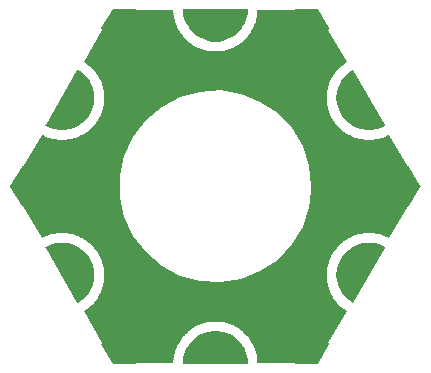
<source format=gbr>
G04 EAGLE Gerber RS-274X export*
G75*
%MOMM*%
%FSLAX34Y34*%
%LPD*%
%INBottom Copper*%
%IPPOS*%
%AMOC8*
5,1,8,0,0,1.08239X$1,22.5*%
G01*
%ADD10C,1.000000*%

G36*
X278630Y195708D02*
X278630Y195708D01*
X278658Y195706D01*
X278726Y195728D01*
X278797Y195742D01*
X278820Y195758D01*
X278847Y195767D01*
X278902Y195814D01*
X278961Y195855D01*
X278976Y195879D01*
X278998Y195897D01*
X279029Y195962D01*
X279068Y196022D01*
X279073Y196050D01*
X279085Y196076D01*
X279094Y196177D01*
X279101Y196219D01*
X279099Y196229D01*
X279100Y196242D01*
X279043Y196957D01*
X310561Y196957D01*
X310573Y196967D01*
X310572Y196968D01*
X310573Y196969D01*
X310573Y197918D01*
X310700Y198224D01*
X310699Y198227D01*
X310701Y198228D01*
X310820Y199818D01*
X310819Y199820D01*
X310820Y199820D01*
X310819Y199821D01*
X310820Y199821D01*
X310709Y200473D01*
X310947Y201515D01*
X310947Y201516D01*
X310947Y201517D01*
X311027Y202583D01*
X311325Y203173D01*
X311325Y203174D01*
X311325Y203175D01*
X311326Y203175D01*
X311754Y205051D01*
X311753Y205053D01*
X311755Y205054D01*
X311742Y205715D01*
X312133Y206710D01*
X312132Y206711D01*
X312133Y206712D01*
X312371Y207754D01*
X312754Y208293D01*
X312753Y208295D01*
X312755Y208295D01*
X313458Y210087D01*
X313457Y210089D01*
X313459Y210090D01*
X313460Y210098D01*
X313466Y210146D01*
X313471Y210182D01*
X313477Y210230D01*
X313482Y210265D01*
X313482Y210266D01*
X313488Y210313D01*
X313494Y210361D01*
X313499Y210397D01*
X313505Y210445D01*
X313516Y210528D01*
X313523Y210576D01*
X313527Y210612D01*
X313534Y210659D01*
X313545Y210743D01*
X313545Y210745D01*
X314079Y211671D01*
X314079Y211672D01*
X314080Y211672D01*
X314471Y212667D01*
X314929Y213143D01*
X314929Y213145D01*
X314931Y213145D01*
X315893Y214812D01*
X315893Y214813D01*
X315893Y214814D01*
X315894Y214815D01*
X316077Y215450D01*
X316744Y216285D01*
X316744Y216287D01*
X316745Y216287D01*
X317279Y217212D01*
X317803Y217615D01*
X317804Y217617D01*
X317805Y217617D01*
X319005Y219121D01*
X319005Y219123D01*
X319007Y219124D01*
X319282Y219725D01*
X320066Y220452D01*
X320066Y220453D01*
X320067Y220453D01*
X320734Y221288D01*
X321312Y221608D01*
X321313Y221610D01*
X321314Y221610D01*
X322725Y222919D01*
X322725Y222921D01*
X322727Y222921D01*
X323089Y223474D01*
X323972Y224076D01*
X323972Y224077D01*
X323974Y224077D01*
X324757Y224804D01*
X325376Y225034D01*
X325377Y225036D01*
X325379Y225035D01*
X326969Y226120D01*
X326970Y226121D01*
X326971Y226121D01*
X327412Y226614D01*
X328375Y227078D01*
X328375Y227079D01*
X328376Y227079D01*
X329259Y227681D01*
X329906Y227816D01*
X329908Y227817D01*
X329909Y227817D01*
X331643Y228652D01*
X331644Y228654D01*
X331645Y228653D01*
X332154Y229075D01*
X333176Y229390D01*
X333176Y229391D01*
X333177Y229391D01*
X334140Y229854D01*
X334800Y229892D01*
X334801Y229892D01*
X334802Y229892D01*
X334802Y229893D01*
X334803Y229892D01*
X336642Y230459D01*
X336643Y230461D01*
X336645Y230460D01*
X337211Y230802D01*
X338268Y230961D01*
X338269Y230962D01*
X338269Y230961D01*
X339291Y231276D01*
X339949Y231215D01*
X339950Y231216D01*
X339952Y231215D01*
X341855Y231502D01*
X341856Y231503D01*
X341857Y231502D01*
X342468Y231755D01*
X343537Y231755D01*
X343538Y231756D01*
X343539Y231755D01*
X344595Y231915D01*
X345237Y231756D01*
X345239Y231756D01*
X345240Y231755D01*
X347164Y231755D01*
X347166Y231757D01*
X347167Y231756D01*
X347809Y231915D01*
X348865Y231755D01*
X348867Y231756D01*
X348867Y231755D01*
X349936Y231755D01*
X350547Y231502D01*
X350548Y231503D01*
X350549Y231502D01*
X352452Y231215D01*
X352454Y231216D01*
X352455Y231215D01*
X353113Y231276D01*
X354135Y230961D01*
X354136Y230962D01*
X354136Y230961D01*
X355193Y230802D01*
X355759Y230460D01*
X355761Y230461D01*
X355762Y230459D01*
X357601Y229892D01*
X357602Y229893D01*
X357602Y229892D01*
X357603Y229892D01*
X357604Y229892D01*
X358264Y229854D01*
X359227Y229391D01*
X359228Y229391D01*
X359228Y229390D01*
X360250Y229075D01*
X360759Y228653D01*
X360761Y228653D01*
X360761Y228652D01*
X362495Y227817D01*
X362497Y227817D01*
X362498Y227816D01*
X363145Y227681D01*
X364028Y227079D01*
X364029Y227079D01*
X364029Y227078D01*
X364992Y226614D01*
X365433Y226121D01*
X365435Y226121D01*
X365435Y226120D01*
X367025Y225035D01*
X367027Y225036D01*
X367028Y225034D01*
X367647Y224804D01*
X368430Y224077D01*
X368432Y224077D01*
X368432Y224076D01*
X369315Y223474D01*
X369677Y222921D01*
X369679Y222920D01*
X369679Y222919D01*
X371090Y221610D01*
X371092Y221610D01*
X371092Y221608D01*
X371670Y221288D01*
X372337Y220453D01*
X372338Y220453D01*
X372338Y220452D01*
X373122Y219725D01*
X373397Y219124D01*
X373399Y219123D01*
X373399Y219121D01*
X374599Y217617D01*
X374600Y217616D01*
X374601Y217615D01*
X375125Y217212D01*
X375659Y216287D01*
X375661Y216286D01*
X375660Y216285D01*
X376327Y215450D01*
X376510Y214815D01*
X376511Y214814D01*
X376511Y214812D01*
X377473Y213145D01*
X377475Y213145D01*
X377475Y213143D01*
X377933Y212667D01*
X378324Y211672D01*
X378325Y211672D01*
X378325Y211671D01*
X378859Y210745D01*
X378945Y210090D01*
X378947Y210088D01*
X378946Y210087D01*
X379649Y208295D01*
X379651Y208294D01*
X379650Y208293D01*
X380033Y207754D01*
X380271Y206712D01*
X380272Y206711D01*
X380271Y206710D01*
X380662Y205715D01*
X380649Y205054D01*
X380651Y205053D01*
X380650Y205051D01*
X381078Y203175D01*
X381080Y203174D01*
X381079Y203173D01*
X381377Y202583D01*
X381457Y201517D01*
X381458Y201516D01*
X381457Y201515D01*
X381695Y200473D01*
X381584Y199821D01*
X381585Y199820D01*
X381584Y199818D01*
X381703Y198228D01*
X381705Y198226D01*
X381704Y198224D01*
X381831Y197918D01*
X381831Y196969D01*
X381841Y196957D01*
X381842Y196958D01*
X381843Y196957D01*
X413361Y196957D01*
X413304Y196242D01*
X413308Y196213D01*
X413303Y196185D01*
X413320Y196116D01*
X413328Y196044D01*
X413343Y196020D01*
X413349Y195992D01*
X413392Y195934D01*
X413428Y195872D01*
X413450Y195855D01*
X413467Y195832D01*
X413529Y195795D01*
X413586Y195752D01*
X413614Y195745D01*
X413638Y195730D01*
X413738Y195714D01*
X413779Y195703D01*
X413789Y195705D01*
X413802Y195703D01*
X432802Y195703D01*
X432878Y195718D01*
X432956Y195727D01*
X432975Y195738D01*
X432997Y195742D01*
X433061Y195786D01*
X433129Y195825D01*
X433145Y195844D01*
X433161Y195855D01*
X433185Y195893D01*
X433235Y195953D01*
X442735Y212453D01*
X442744Y212480D01*
X442760Y212504D01*
X442775Y212574D01*
X442798Y212642D01*
X442795Y212670D01*
X442801Y212698D01*
X442788Y212769D01*
X442782Y212840D01*
X442769Y212865D01*
X442763Y212893D01*
X442723Y212953D01*
X442690Y213016D01*
X442668Y213034D01*
X442652Y213058D01*
X442569Y213116D01*
X442537Y213143D01*
X442526Y213146D01*
X442516Y213153D01*
X441888Y213450D01*
X457621Y240700D01*
X457620Y240706D01*
X457618Y240716D01*
X457617Y240715D01*
X457616Y240717D01*
X456803Y241186D01*
X456602Y241448D01*
X456599Y241449D01*
X456599Y241451D01*
X455279Y242350D01*
X455277Y242350D01*
X455276Y242352D01*
X454657Y242581D01*
X453873Y243308D01*
X453872Y243308D01*
X453872Y243309D01*
X452988Y243911D01*
X452626Y244464D01*
X452624Y244464D01*
X452624Y244466D01*
X451211Y245776D01*
X451210Y245776D01*
X451209Y245778D01*
X450631Y246097D01*
X449964Y246933D01*
X449963Y246933D01*
X449963Y246934D01*
X449179Y247661D01*
X448903Y248261D01*
X448901Y248262D01*
X448902Y248264D01*
X447700Y249770D01*
X447698Y249770D01*
X447698Y249772D01*
X447173Y250174D01*
X446639Y251099D01*
X446637Y251100D01*
X446638Y251101D01*
X445971Y251936D01*
X445788Y252571D01*
X445786Y252572D01*
X445787Y252574D01*
X444823Y254242D01*
X444821Y254243D01*
X444821Y254245D01*
X444362Y254720D01*
X443972Y255715D01*
X443971Y255716D01*
X443971Y255717D01*
X443436Y256642D01*
X443350Y257297D01*
X443348Y257299D01*
X443349Y257300D01*
X442644Y259094D01*
X442643Y259094D01*
X442643Y259096D01*
X442260Y259635D01*
X442022Y260677D01*
X442021Y260678D01*
X442022Y260679D01*
X441631Y261673D01*
X441643Y262334D01*
X441642Y262336D01*
X441643Y262337D01*
X441213Y264215D01*
X441212Y264217D01*
X441212Y264218D01*
X440914Y264808D01*
X440834Y265874D01*
X440833Y265875D01*
X440834Y265875D01*
X440596Y266918D01*
X440706Y267569D01*
X440705Y267571D01*
X440706Y267572D01*
X440562Y269493D01*
X440560Y269495D01*
X440561Y269496D01*
X440354Y270124D01*
X440434Y271190D01*
X440433Y271191D01*
X440434Y271191D01*
X440354Y272257D01*
X440560Y272885D01*
X440559Y272887D01*
X440561Y272888D01*
X440704Y274809D01*
X440703Y274811D01*
X440704Y274812D01*
X440703Y274812D01*
X440704Y274812D01*
X440593Y275464D01*
X440831Y276506D01*
X440830Y276506D01*
X440831Y276507D01*
X440830Y276507D01*
X440831Y276508D01*
X440910Y277573D01*
X441208Y278164D01*
X441208Y278165D01*
X441208Y278166D01*
X441209Y278166D01*
X441637Y280045D01*
X441636Y280047D01*
X441637Y280048D01*
X441625Y280708D01*
X442015Y281704D01*
X442015Y281705D01*
X442016Y281705D01*
X442253Y282747D01*
X442635Y283286D01*
X442635Y283288D01*
X442637Y283289D01*
X443340Y285083D01*
X443339Y285085D01*
X443341Y285086D01*
X443346Y285126D01*
X443355Y285197D01*
X443365Y285269D01*
X443374Y285340D01*
X443384Y285412D01*
X443393Y285484D01*
X443401Y285543D01*
X443402Y285555D01*
X443410Y285615D01*
X443412Y285627D01*
X443420Y285687D01*
X443421Y285699D01*
X443427Y285741D01*
X443961Y286667D01*
X443961Y286668D01*
X443962Y286668D01*
X444352Y287663D01*
X444810Y288139D01*
X444810Y288141D01*
X444812Y288142D01*
X445775Y289811D01*
X445774Y289813D01*
X445776Y289813D01*
X445959Y290449D01*
X446625Y291284D01*
X446625Y291285D01*
X446626Y291286D01*
X447160Y292212D01*
X447684Y292614D01*
X447685Y292616D01*
X447686Y292616D01*
X448887Y294123D01*
X448887Y294125D01*
X448888Y294125D01*
X449164Y294726D01*
X449947Y295453D01*
X449947Y295455D01*
X449948Y295455D01*
X450614Y296290D01*
X451193Y296610D01*
X451193Y296612D01*
X451195Y296612D01*
X452607Y297923D01*
X452607Y297925D01*
X452609Y297925D01*
X452971Y298478D01*
X453854Y299081D01*
X453854Y299082D01*
X453855Y299082D01*
X454638Y299809D01*
X455258Y300039D01*
X455259Y300041D01*
X455261Y300040D01*
X456852Y301126D01*
X456853Y301128D01*
X456854Y301128D01*
X457294Y301621D01*
X458257Y302085D01*
X458258Y302086D01*
X458259Y302086D01*
X459142Y302689D01*
X459789Y302824D01*
X459790Y302825D01*
X459791Y302825D01*
X461527Y303661D01*
X461528Y303663D01*
X461530Y303663D01*
X462038Y304084D01*
X463059Y304400D01*
X463060Y304401D01*
X463061Y304400D01*
X464024Y304865D01*
X464684Y304902D01*
X464685Y304903D01*
X464687Y304902D01*
X466528Y305471D01*
X466529Y305473D01*
X466530Y305472D01*
X467096Y305813D01*
X468153Y305973D01*
X468154Y305974D01*
X468155Y305973D01*
X469176Y306289D01*
X469834Y306227D01*
X469836Y306228D01*
X469837Y306227D01*
X471742Y306515D01*
X471743Y306517D01*
X471745Y306516D01*
X472355Y306769D01*
X473424Y306769D01*
X473425Y306770D01*
X473426Y306770D01*
X473426Y306769D01*
X474483Y306929D01*
X475124Y306770D01*
X475126Y306771D01*
X475127Y306770D01*
X477054Y306770D01*
X477055Y306772D01*
X477057Y306771D01*
X477698Y306930D01*
X478755Y306771D01*
X478756Y306772D01*
X478757Y306771D01*
X479826Y306771D01*
X480436Y306519D01*
X480438Y306519D01*
X480439Y306518D01*
X482344Y306231D01*
X482346Y306232D01*
X482347Y306231D01*
X483005Y306293D01*
X484027Y305978D01*
X484028Y305979D01*
X484029Y305978D01*
X485086Y305819D01*
X485652Y305478D01*
X485654Y305479D01*
X485654Y305477D01*
X487496Y304910D01*
X487498Y304910D01*
X487499Y304909D01*
X488158Y304872D01*
X489121Y304409D01*
X489123Y304409D01*
X489123Y304408D01*
X490145Y304094D01*
X490654Y303672D01*
X490656Y303672D01*
X490656Y303670D01*
X492095Y302978D01*
X492098Y302979D01*
X492099Y302977D01*
X492427Y302934D01*
X493259Y302454D01*
X493275Y302457D01*
X493275Y302458D01*
X493276Y302458D01*
X509010Y329711D01*
X509618Y329291D01*
X509645Y329280D01*
X509667Y329261D01*
X509736Y329241D01*
X509801Y329213D01*
X509830Y329213D01*
X509858Y329205D01*
X509929Y329213D01*
X510000Y329213D01*
X510027Y329224D01*
X510056Y329227D01*
X510118Y329262D01*
X510183Y329290D01*
X510204Y329310D01*
X510229Y329325D01*
X510292Y329402D01*
X510322Y329432D01*
X510326Y329442D01*
X510335Y329453D01*
X519835Y345953D01*
X519845Y345985D01*
X519854Y345998D01*
X519858Y346022D01*
X519859Y346026D01*
X519890Y346096D01*
X519890Y346120D01*
X519898Y346142D01*
X519892Y346218D01*
X519893Y346295D01*
X519883Y346319D01*
X519882Y346340D01*
X519861Y346379D01*
X519835Y346451D01*
X510335Y362951D01*
X510316Y362973D01*
X510303Y362999D01*
X510250Y363047D01*
X510203Y363100D01*
X510177Y363113D01*
X510156Y363132D01*
X510088Y363155D01*
X510024Y363186D01*
X509995Y363188D01*
X509968Y363197D01*
X509896Y363192D01*
X509825Y363195D01*
X509798Y363185D01*
X509769Y363183D01*
X509679Y363141D01*
X509639Y363126D01*
X509631Y363119D01*
X509618Y363113D01*
X509010Y362693D01*
X493276Y389946D01*
X493268Y389949D01*
X493266Y389950D01*
X493263Y389950D01*
X493261Y389951D01*
X493260Y389950D01*
X493259Y389950D01*
X492427Y389470D01*
X492099Y389427D01*
X492097Y389425D01*
X492095Y389426D01*
X490656Y388734D01*
X490655Y388732D01*
X490654Y388732D01*
X490145Y388310D01*
X489123Y387996D01*
X489122Y387995D01*
X489121Y387995D01*
X488158Y387532D01*
X487499Y387495D01*
X487497Y387493D01*
X487496Y387494D01*
X485654Y386927D01*
X485653Y386925D01*
X485652Y386926D01*
X485086Y386585D01*
X484029Y386426D01*
X484028Y386425D01*
X484027Y386426D01*
X483005Y386111D01*
X482347Y386173D01*
X482346Y386172D01*
X482344Y386173D01*
X480439Y385886D01*
X480438Y385885D01*
X480436Y385885D01*
X479826Y385633D01*
X478757Y385633D01*
X478756Y385632D01*
X478755Y385633D01*
X477698Y385474D01*
X477057Y385633D01*
X477055Y385632D01*
X477054Y385634D01*
X475127Y385634D01*
X475126Y385633D01*
X475124Y385634D01*
X474483Y385475D01*
X473426Y385635D01*
X473425Y385634D01*
X473424Y385635D01*
X472355Y385635D01*
X471745Y385888D01*
X471743Y385887D01*
X471742Y385889D01*
X469837Y386177D01*
X469835Y386176D01*
X469834Y386177D01*
X469176Y386115D01*
X468155Y386431D01*
X468154Y386430D01*
X468153Y386431D01*
X467096Y386591D01*
X466530Y386932D01*
X466528Y386932D01*
X466528Y386933D01*
X464687Y387502D01*
X464685Y387501D01*
X464684Y387502D01*
X464024Y387539D01*
X463061Y388004D01*
X463060Y388003D01*
X463060Y388004D01*
X462038Y388320D01*
X461530Y388741D01*
X461528Y388741D01*
X461527Y388743D01*
X459791Y389579D01*
X459790Y389579D01*
X459789Y389580D01*
X459142Y389715D01*
X458259Y390318D01*
X458258Y390318D01*
X458257Y390319D01*
X457294Y390783D01*
X456854Y391276D01*
X456852Y391276D01*
X456852Y391278D01*
X455261Y392364D01*
X455259Y392363D01*
X455258Y392365D01*
X454638Y392595D01*
X453855Y393322D01*
X453854Y393322D01*
X453854Y393323D01*
X452971Y393926D01*
X452609Y394479D01*
X452607Y394479D01*
X452607Y394481D01*
X451195Y395792D01*
X451193Y395792D01*
X451193Y395794D01*
X450614Y396114D01*
X449948Y396949D01*
X449947Y396949D01*
X449947Y396951D01*
X449164Y397678D01*
X448888Y398279D01*
X448887Y398280D01*
X448887Y398281D01*
X447686Y399788D01*
X447684Y399788D01*
X447684Y399790D01*
X447160Y400192D01*
X446626Y401118D01*
X446625Y401119D01*
X446625Y401120D01*
X445959Y401955D01*
X445776Y402591D01*
X445774Y402592D01*
X445775Y402593D01*
X444812Y404262D01*
X444810Y404263D01*
X444810Y404265D01*
X444352Y404741D01*
X443962Y405736D01*
X443961Y405736D01*
X443961Y405737D01*
X443427Y406663D01*
X443341Y407318D01*
X443339Y407320D01*
X443340Y407321D01*
X442637Y409115D01*
X442635Y409116D01*
X442635Y409118D01*
X442253Y409657D01*
X442016Y410699D01*
X442015Y410699D01*
X442015Y410700D01*
X441625Y411696D01*
X441637Y412356D01*
X441636Y412358D01*
X441637Y412359D01*
X441209Y414238D01*
X441207Y414239D01*
X441208Y414240D01*
X440910Y414831D01*
X440831Y415896D01*
X440830Y415897D01*
X440831Y415898D01*
X440593Y416940D01*
X440704Y417592D01*
X440703Y417594D01*
X440704Y417595D01*
X440561Y419516D01*
X440559Y419517D01*
X440560Y419519D01*
X440354Y420147D01*
X440434Y421213D01*
X440433Y421214D01*
X440434Y421214D01*
X440354Y422280D01*
X440561Y422908D01*
X440560Y422910D01*
X440562Y422911D01*
X440706Y424832D01*
X440705Y424834D01*
X440706Y424835D01*
X440596Y425486D01*
X440834Y426529D01*
X440833Y426530D01*
X440834Y426530D01*
X440914Y427596D01*
X441212Y428186D01*
X441212Y428188D01*
X441213Y428189D01*
X441643Y430067D01*
X441642Y430069D01*
X441643Y430070D01*
X441631Y430731D01*
X442022Y431725D01*
X442021Y431727D01*
X442022Y431727D01*
X442260Y432769D01*
X442643Y433308D01*
X442643Y433310D01*
X442644Y433310D01*
X443349Y435104D01*
X443348Y435106D01*
X443350Y435107D01*
X443353Y435132D01*
X443361Y435192D01*
X443369Y435252D01*
X443372Y435275D01*
X443380Y435335D01*
X443388Y435395D01*
X443391Y435419D01*
X443399Y435478D01*
X443407Y435538D01*
X443418Y435622D01*
X443425Y435681D01*
X443426Y435681D01*
X443425Y435681D01*
X443433Y435741D01*
X443436Y435762D01*
X443971Y436687D01*
X443971Y436689D01*
X443972Y436689D01*
X444362Y437684D01*
X444821Y438159D01*
X444821Y438161D01*
X444823Y438162D01*
X445787Y439830D01*
X445786Y439832D01*
X445788Y439833D01*
X445971Y440468D01*
X446638Y441303D01*
X446638Y441304D01*
X446639Y441305D01*
X447173Y442230D01*
X447698Y442632D01*
X447698Y442634D01*
X447700Y442634D01*
X448902Y444140D01*
X448902Y444142D01*
X448903Y444143D01*
X449179Y444743D01*
X449963Y445470D01*
X449963Y445471D01*
X449964Y445471D01*
X450631Y446307D01*
X451209Y446626D01*
X451210Y446628D01*
X451211Y446628D01*
X452624Y447938D01*
X452624Y447940D01*
X452626Y447940D01*
X452988Y448493D01*
X453872Y449095D01*
X453872Y449096D01*
X453873Y449096D01*
X454657Y449823D01*
X455276Y450052D01*
X455277Y450054D01*
X455279Y450054D01*
X456599Y450953D01*
X456599Y450955D01*
X456602Y450956D01*
X456803Y451218D01*
X457616Y451687D01*
X457622Y451702D01*
X457620Y451703D01*
X457621Y451704D01*
X441888Y478954D01*
X442516Y479251D01*
X442538Y479268D01*
X442565Y479278D01*
X442617Y479327D01*
X442675Y479370D01*
X442689Y479395D01*
X442710Y479414D01*
X442739Y479480D01*
X442775Y479542D01*
X442778Y479570D01*
X442790Y479596D01*
X442791Y479668D01*
X442800Y479739D01*
X442792Y479766D01*
X442793Y479795D01*
X442757Y479890D01*
X442746Y479930D01*
X442739Y479939D01*
X442735Y479951D01*
X433235Y496451D01*
X433183Y496510D01*
X433137Y496572D01*
X433118Y496583D01*
X433103Y496600D01*
X433033Y496634D01*
X432966Y496674D01*
X432942Y496678D01*
X432924Y496686D01*
X432879Y496688D01*
X432802Y496701D01*
X413802Y496701D01*
X413774Y496696D01*
X413746Y496698D01*
X413678Y496676D01*
X413607Y496662D01*
X413584Y496646D01*
X413557Y496637D01*
X413502Y496590D01*
X413443Y496549D01*
X413428Y496525D01*
X413407Y496507D01*
X413375Y496442D01*
X413336Y496382D01*
X413331Y496354D01*
X413319Y496328D01*
X413310Y496227D01*
X413303Y496185D01*
X413305Y496175D01*
X413304Y496162D01*
X413361Y495447D01*
X381843Y495447D01*
X381831Y495437D01*
X381832Y495436D01*
X381831Y495435D01*
X381831Y494486D01*
X381704Y494180D01*
X381704Y494179D01*
X381704Y494178D01*
X381705Y494177D01*
X381703Y494176D01*
X381584Y492586D01*
X381585Y492584D01*
X381584Y492583D01*
X381695Y491931D01*
X381457Y490889D01*
X381457Y490888D01*
X381457Y490887D01*
X381377Y489821D01*
X381079Y489231D01*
X381079Y489230D01*
X381078Y489229D01*
X380650Y487353D01*
X380651Y487351D01*
X380650Y487350D01*
X380649Y487350D01*
X380662Y486689D01*
X380271Y485694D01*
X380272Y485693D01*
X380271Y485692D01*
X380033Y484650D01*
X379650Y484111D01*
X379651Y484109D01*
X379649Y484109D01*
X378946Y482317D01*
X378947Y482315D01*
X378945Y482314D01*
X378940Y482276D01*
X378936Y482241D01*
X378929Y482193D01*
X378923Y482145D01*
X378918Y482109D01*
X378912Y482062D01*
X378912Y482061D01*
X378907Y482026D01*
X378901Y481978D01*
X378895Y481930D01*
X378890Y481894D01*
X378884Y481847D01*
X378873Y481763D01*
X378866Y481715D01*
X378862Y481680D01*
X378862Y481679D01*
X378859Y481659D01*
X378325Y480733D01*
X378325Y480732D01*
X378324Y480732D01*
X377933Y479737D01*
X377475Y479261D01*
X377475Y479259D01*
X377473Y479259D01*
X376511Y477592D01*
X376511Y477590D01*
X376510Y477589D01*
X376327Y476954D01*
X375660Y476119D01*
X375660Y476117D01*
X375659Y476117D01*
X375125Y475192D01*
X374601Y474789D01*
X374600Y474787D01*
X374599Y474787D01*
X373399Y473283D01*
X373399Y473281D01*
X373397Y473280D01*
X373122Y472679D01*
X372338Y471952D01*
X372338Y471951D01*
X372337Y471951D01*
X371670Y471116D01*
X371092Y470796D01*
X371091Y470794D01*
X371090Y470794D01*
X369679Y469485D01*
X369679Y469483D01*
X369677Y469483D01*
X369315Y468930D01*
X368432Y468328D01*
X368432Y468327D01*
X368430Y468327D01*
X367647Y467600D01*
X367028Y467370D01*
X367027Y467368D01*
X367025Y467369D01*
X365435Y466284D01*
X365434Y466283D01*
X365433Y466283D01*
X364992Y465790D01*
X364029Y465326D01*
X364029Y465325D01*
X364028Y465325D01*
X363145Y464723D01*
X362498Y464588D01*
X362496Y464587D01*
X362495Y464587D01*
X360761Y463752D01*
X360760Y463750D01*
X360759Y463751D01*
X360250Y463329D01*
X359228Y463014D01*
X359228Y463013D01*
X359227Y463013D01*
X358264Y462550D01*
X357604Y462512D01*
X357602Y462511D01*
X357601Y462512D01*
X355762Y461945D01*
X355761Y461943D01*
X355759Y461944D01*
X355193Y461602D01*
X354136Y461443D01*
X354135Y461442D01*
X354135Y461443D01*
X353113Y461128D01*
X352455Y461189D01*
X352454Y461188D01*
X352452Y461189D01*
X350549Y460902D01*
X350548Y460901D01*
X350547Y460902D01*
X349936Y460649D01*
X348867Y460649D01*
X348866Y460648D01*
X348865Y460649D01*
X347809Y460489D01*
X347167Y460648D01*
X347165Y460648D01*
X347164Y460649D01*
X345240Y460649D01*
X345238Y460647D01*
X345237Y460648D01*
X344595Y460489D01*
X343539Y460649D01*
X343537Y460648D01*
X343537Y460649D01*
X342468Y460649D01*
X341857Y460902D01*
X341856Y460901D01*
X341855Y460902D01*
X339952Y461189D01*
X339950Y461188D01*
X339949Y461189D01*
X339291Y461128D01*
X338269Y461443D01*
X338268Y461442D01*
X338268Y461443D01*
X337211Y461602D01*
X336645Y461944D01*
X336643Y461943D01*
X336642Y461945D01*
X334803Y462512D01*
X334801Y462511D01*
X334800Y462512D01*
X334140Y462550D01*
X333177Y463013D01*
X333176Y463013D01*
X333176Y463014D01*
X332154Y463329D01*
X331645Y463751D01*
X331643Y463751D01*
X331643Y463752D01*
X329909Y464587D01*
X329907Y464587D01*
X329906Y464588D01*
X329259Y464723D01*
X328376Y465325D01*
X328375Y465325D01*
X328375Y465326D01*
X327412Y465790D01*
X326971Y466283D01*
X326969Y466283D01*
X326969Y466284D01*
X325379Y467369D01*
X325377Y467368D01*
X325376Y467370D01*
X324757Y467600D01*
X323974Y468327D01*
X323972Y468327D01*
X323972Y468328D01*
X323089Y468930D01*
X322727Y469483D01*
X322725Y469484D01*
X322725Y469485D01*
X321314Y470794D01*
X321312Y470794D01*
X321312Y470796D01*
X320734Y471116D01*
X320067Y471951D01*
X320066Y471951D01*
X320066Y471952D01*
X319282Y472679D01*
X319007Y473280D01*
X319005Y473281D01*
X319005Y473283D01*
X317805Y474787D01*
X317804Y474788D01*
X317803Y474789D01*
X317279Y475192D01*
X316745Y476117D01*
X316743Y476118D01*
X316744Y476119D01*
X316077Y476954D01*
X315894Y477589D01*
X315893Y477590D01*
X315893Y477592D01*
X314931Y479259D01*
X314929Y479259D01*
X314929Y479261D01*
X314471Y479737D01*
X314080Y480732D01*
X314079Y480732D01*
X314079Y480733D01*
X313545Y481659D01*
X313459Y482314D01*
X313457Y482316D01*
X313458Y482317D01*
X312755Y484109D01*
X312753Y484110D01*
X312754Y484111D01*
X312371Y484650D01*
X312133Y485692D01*
X312132Y485693D01*
X312133Y485694D01*
X311742Y486689D01*
X311755Y487350D01*
X311753Y487351D01*
X311754Y487353D01*
X311326Y489229D01*
X311324Y489230D01*
X311325Y489231D01*
X311027Y489821D01*
X310947Y490887D01*
X310946Y490888D01*
X310947Y490889D01*
X310709Y491931D01*
X310820Y492583D01*
X310819Y492584D01*
X310820Y492586D01*
X310701Y494176D01*
X310699Y494178D01*
X310700Y494180D01*
X310573Y494486D01*
X310573Y495435D01*
X310563Y495447D01*
X310562Y495446D01*
X310561Y495447D01*
X279043Y495447D01*
X279100Y496162D01*
X279096Y496191D01*
X279101Y496219D01*
X279084Y496288D01*
X279076Y496360D01*
X279062Y496384D01*
X279055Y496412D01*
X279012Y496470D01*
X278977Y496532D01*
X278954Y496549D01*
X278937Y496572D01*
X278875Y496609D01*
X278818Y496652D01*
X278790Y496659D01*
X278766Y496674D01*
X278666Y496690D01*
X278625Y496701D01*
X278615Y496699D01*
X278602Y496701D01*
X259602Y496701D01*
X259526Y496686D01*
X259448Y496677D01*
X259429Y496666D01*
X259407Y496662D01*
X259343Y496618D01*
X259275Y496579D01*
X259259Y496560D01*
X259243Y496549D01*
X259219Y496511D01*
X259169Y496451D01*
X249669Y479951D01*
X249660Y479924D01*
X249644Y479900D01*
X249629Y479830D01*
X249606Y479762D01*
X249609Y479734D01*
X249603Y479706D01*
X249617Y479636D01*
X249622Y479564D01*
X249635Y479539D01*
X249641Y479511D01*
X249681Y479451D01*
X249714Y479388D01*
X249736Y479370D01*
X249752Y479346D01*
X249835Y479288D01*
X249867Y479261D01*
X249878Y479258D01*
X249889Y479251D01*
X250516Y478954D01*
X234783Y451704D01*
X234786Y451688D01*
X234787Y451689D01*
X234788Y451687D01*
X235601Y451218D01*
X235802Y450956D01*
X235805Y450955D01*
X235805Y450953D01*
X237125Y450054D01*
X237127Y450054D01*
X237128Y450052D01*
X237747Y449823D01*
X238531Y449096D01*
X238532Y449096D01*
X238532Y449095D01*
X239416Y448493D01*
X239778Y447940D01*
X239780Y447940D01*
X239780Y447938D01*
X241193Y446628D01*
X241194Y446628D01*
X241195Y446626D01*
X241773Y446307D01*
X242440Y445471D01*
X242441Y445471D01*
X242441Y445470D01*
X243225Y444743D01*
X243501Y444143D01*
X243503Y444142D01*
X243502Y444140D01*
X244704Y442634D01*
X244706Y442634D01*
X244706Y442632D01*
X245231Y442230D01*
X245765Y441305D01*
X245767Y441304D01*
X245766Y441303D01*
X246433Y440468D01*
X246616Y439833D01*
X246618Y439832D01*
X246617Y439830D01*
X247581Y438162D01*
X247583Y438161D01*
X247583Y438159D01*
X248042Y437684D01*
X248432Y436689D01*
X248433Y436688D01*
X248433Y436687D01*
X248968Y435762D01*
X249054Y435107D01*
X249056Y435105D01*
X249055Y435104D01*
X249760Y433310D01*
X249761Y433310D01*
X249761Y433308D01*
X250144Y432769D01*
X250382Y431727D01*
X250383Y431726D01*
X250382Y431725D01*
X250773Y430731D01*
X250761Y430070D01*
X250762Y430068D01*
X250761Y430067D01*
X251191Y428189D01*
X251192Y428187D01*
X251192Y428186D01*
X251490Y427596D01*
X251570Y426530D01*
X251571Y426529D01*
X251570Y426529D01*
X251808Y425486D01*
X251698Y424835D01*
X251698Y424834D01*
X251698Y424833D01*
X251698Y424832D01*
X251842Y422911D01*
X251844Y422909D01*
X251843Y422908D01*
X252050Y422280D01*
X251970Y421214D01*
X251971Y421213D01*
X251970Y421213D01*
X252050Y420147D01*
X251844Y419519D01*
X251845Y419517D01*
X251843Y419516D01*
X251700Y417595D01*
X251701Y417593D01*
X251700Y417592D01*
X251811Y416940D01*
X251573Y415898D01*
X251574Y415897D01*
X251573Y415896D01*
X251494Y414831D01*
X251196Y414240D01*
X251196Y414239D01*
X251195Y414238D01*
X250767Y412359D01*
X250767Y412358D01*
X250768Y412357D01*
X250767Y412356D01*
X250779Y411696D01*
X250389Y410700D01*
X250389Y410699D01*
X250388Y410699D01*
X250151Y409657D01*
X249769Y409118D01*
X249769Y409116D01*
X249767Y409115D01*
X249064Y407321D01*
X249065Y407319D01*
X249063Y407318D01*
X249062Y407309D01*
X249060Y407297D01*
X249053Y407237D01*
X249051Y407225D01*
X249043Y407166D01*
X249034Y407094D01*
X249024Y407022D01*
X249015Y406951D01*
X249006Y406879D01*
X248996Y406808D01*
X248996Y406807D01*
X248987Y406736D01*
X248977Y406664D01*
X248977Y406663D01*
X248443Y405737D01*
X248443Y405736D01*
X248442Y405736D01*
X248052Y404741D01*
X247594Y404265D01*
X247594Y404263D01*
X247592Y404262D01*
X246629Y402593D01*
X246630Y402591D01*
X246628Y402591D01*
X246445Y401955D01*
X245779Y401120D01*
X245779Y401119D01*
X245778Y401118D01*
X245244Y400192D01*
X244720Y399790D01*
X244719Y399788D01*
X244718Y399788D01*
X243517Y398281D01*
X243517Y398279D01*
X243516Y398279D01*
X243240Y397678D01*
X242457Y396951D01*
X242457Y396949D01*
X242456Y396949D01*
X241790Y396114D01*
X241211Y395794D01*
X241211Y395792D01*
X241209Y395792D01*
X239797Y394481D01*
X239797Y394479D01*
X239795Y394479D01*
X239433Y393926D01*
X238550Y393323D01*
X238550Y393322D01*
X238549Y393322D01*
X237766Y392595D01*
X237146Y392365D01*
X237145Y392363D01*
X237143Y392364D01*
X235552Y391278D01*
X235551Y391276D01*
X235550Y391276D01*
X235110Y390783D01*
X234147Y390319D01*
X234146Y390318D01*
X234145Y390318D01*
X233262Y389715D01*
X232615Y389580D01*
X232614Y389579D01*
X232613Y389579D01*
X230877Y388743D01*
X230876Y388741D01*
X230874Y388741D01*
X230366Y388320D01*
X229344Y388004D01*
X229344Y388003D01*
X229343Y388004D01*
X228380Y387539D01*
X227720Y387502D01*
X227719Y387501D01*
X227717Y387502D01*
X225876Y386933D01*
X225875Y386931D01*
X225874Y386932D01*
X225308Y386591D01*
X224251Y386431D01*
X224250Y386430D01*
X224249Y386431D01*
X223228Y386115D01*
X222570Y386177D01*
X222568Y386176D01*
X222567Y386177D01*
X220662Y385889D01*
X220661Y385887D01*
X220659Y385888D01*
X220049Y385635D01*
X218980Y385635D01*
X218979Y385634D01*
X218978Y385635D01*
X217921Y385475D01*
X217280Y385634D01*
X217278Y385633D01*
X217277Y385634D01*
X215350Y385634D01*
X215349Y385632D01*
X215347Y385633D01*
X214706Y385474D01*
X213649Y385633D01*
X213648Y385632D01*
X213647Y385633D01*
X212578Y385633D01*
X211968Y385885D01*
X211966Y385885D01*
X211965Y385886D01*
X210060Y386173D01*
X210058Y386172D01*
X210057Y386173D01*
X209399Y386111D01*
X208377Y386426D01*
X208376Y386425D01*
X208375Y386426D01*
X207318Y386585D01*
X206752Y386926D01*
X206750Y386925D01*
X206750Y386927D01*
X204908Y387494D01*
X204906Y387494D01*
X204905Y387495D01*
X204246Y387532D01*
X203283Y387995D01*
X203281Y387995D01*
X203281Y387996D01*
X202259Y388310D01*
X201750Y388732D01*
X201748Y388732D01*
X201748Y388734D01*
X200309Y389426D01*
X200306Y389425D01*
X200305Y389427D01*
X199977Y389470D01*
X199145Y389950D01*
X199142Y389950D01*
X199141Y389950D01*
X199138Y389950D01*
X199136Y389948D01*
X199129Y389947D01*
X199129Y389946D01*
X199128Y389946D01*
X183394Y362693D01*
X182786Y363113D01*
X182759Y363124D01*
X182737Y363143D01*
X182668Y363163D01*
X182603Y363191D01*
X182574Y363191D01*
X182546Y363199D01*
X182475Y363191D01*
X182404Y363192D01*
X182377Y363180D01*
X182348Y363177D01*
X182286Y363142D01*
X182221Y363114D01*
X182200Y363094D01*
X182175Y363079D01*
X182112Y363002D01*
X182082Y362972D01*
X182078Y362962D01*
X182069Y362951D01*
X172569Y346451D01*
X172545Y346378D01*
X172514Y346308D01*
X172514Y346284D01*
X172506Y346262D01*
X172513Y346186D01*
X172512Y346109D01*
X172521Y346085D01*
X172522Y346064D01*
X172543Y346025D01*
X172562Y345973D01*
X172563Y345967D01*
X172565Y345965D01*
X172569Y345953D01*
X182069Y329453D01*
X182088Y329431D01*
X182101Y329405D01*
X182154Y329357D01*
X182201Y329304D01*
X182227Y329291D01*
X182249Y329272D01*
X182316Y329249D01*
X182380Y329218D01*
X182409Y329217D01*
X182436Y329207D01*
X182508Y329212D01*
X182579Y329209D01*
X182606Y329219D01*
X182635Y329221D01*
X182725Y329263D01*
X182765Y329278D01*
X182773Y329285D01*
X182786Y329291D01*
X183394Y329711D01*
X199128Y302458D01*
X199143Y302453D01*
X199144Y302454D01*
X199145Y302454D01*
X199977Y302934D01*
X200305Y302977D01*
X200307Y302979D01*
X200309Y302978D01*
X201748Y303670D01*
X201749Y303672D01*
X201750Y303672D01*
X202259Y304094D01*
X203281Y304408D01*
X203282Y304409D01*
X203283Y304409D01*
X204246Y304872D01*
X204905Y304909D01*
X204907Y304911D01*
X204908Y304910D01*
X206750Y305477D01*
X206751Y305479D01*
X206752Y305478D01*
X207318Y305819D01*
X208375Y305978D01*
X208376Y305979D01*
X208377Y305978D01*
X209399Y306293D01*
X210057Y306231D01*
X210058Y306232D01*
X210060Y306231D01*
X211965Y306518D01*
X211966Y306519D01*
X211968Y306519D01*
X212578Y306771D01*
X213647Y306771D01*
X213648Y306772D01*
X213649Y306771D01*
X214706Y306930D01*
X215347Y306771D01*
X215349Y306772D01*
X215350Y306770D01*
X217277Y306770D01*
X217278Y306771D01*
X217280Y306770D01*
X217921Y306929D01*
X218978Y306769D01*
X218978Y306770D01*
X218979Y306770D01*
X218980Y306769D01*
X220049Y306769D01*
X220659Y306516D01*
X220661Y306517D01*
X220662Y306515D01*
X222567Y306227D01*
X222569Y306228D01*
X222570Y306227D01*
X223228Y306289D01*
X224249Y305973D01*
X224250Y305974D01*
X224251Y305973D01*
X225308Y305813D01*
X225874Y305472D01*
X225876Y305472D01*
X225876Y305471D01*
X227717Y304902D01*
X227719Y304903D01*
X227720Y304902D01*
X228380Y304865D01*
X229343Y304400D01*
X229344Y304401D01*
X229344Y304400D01*
X230366Y304084D01*
X230874Y303663D01*
X230876Y303663D01*
X230877Y303661D01*
X232613Y302825D01*
X232615Y302825D01*
X232615Y302824D01*
X233262Y302689D01*
X234145Y302086D01*
X234146Y302086D01*
X234147Y302085D01*
X235110Y301621D01*
X235550Y301128D01*
X235552Y301128D01*
X235552Y301126D01*
X237143Y300040D01*
X237145Y300041D01*
X237146Y300039D01*
X237766Y299809D01*
X238549Y299082D01*
X238550Y299082D01*
X238550Y299081D01*
X239433Y298478D01*
X239795Y297925D01*
X239797Y297925D01*
X239797Y297923D01*
X241209Y296612D01*
X241211Y296612D01*
X241211Y296610D01*
X241790Y296290D01*
X242456Y295455D01*
X242457Y295455D01*
X242457Y295453D01*
X243240Y294726D01*
X243516Y294125D01*
X243517Y294124D01*
X243517Y294123D01*
X244718Y292616D01*
X244720Y292616D01*
X244720Y292614D01*
X245244Y292212D01*
X245778Y291286D01*
X245779Y291285D01*
X245779Y291284D01*
X246445Y290449D01*
X246628Y289813D01*
X246630Y289812D01*
X246629Y289811D01*
X247592Y288142D01*
X247594Y288141D01*
X247594Y288139D01*
X248052Y287663D01*
X248442Y286668D01*
X248443Y286668D01*
X248443Y286667D01*
X248977Y285741D01*
X249063Y285086D01*
X249065Y285084D01*
X249064Y285083D01*
X249767Y283289D01*
X249769Y283288D01*
X249769Y283286D01*
X250151Y282747D01*
X250388Y281705D01*
X250389Y281705D01*
X250389Y281704D01*
X250779Y280708D01*
X250767Y280048D01*
X250768Y280046D01*
X250767Y280045D01*
X251195Y278166D01*
X251197Y278165D01*
X251196Y278164D01*
X251494Y277573D01*
X251573Y276508D01*
X251574Y276507D01*
X251573Y276506D01*
X251811Y275464D01*
X251700Y274812D01*
X251701Y274810D01*
X251700Y274809D01*
X251843Y272888D01*
X251845Y272887D01*
X251844Y272885D01*
X252050Y272257D01*
X251970Y271191D01*
X251971Y271190D01*
X251970Y271190D01*
X252050Y270124D01*
X251843Y269496D01*
X251844Y269494D01*
X251842Y269493D01*
X251698Y267572D01*
X251699Y267570D01*
X251698Y267569D01*
X251808Y266918D01*
X251570Y265875D01*
X251571Y265874D01*
X251570Y265874D01*
X251490Y264808D01*
X251192Y264218D01*
X251192Y264216D01*
X251191Y264215D01*
X250761Y262337D01*
X250762Y262335D01*
X250761Y262334D01*
X250773Y261673D01*
X250382Y260678D01*
X250383Y260677D01*
X250382Y260677D01*
X250144Y259635D01*
X249761Y259096D01*
X249761Y259094D01*
X249760Y259094D01*
X249055Y257300D01*
X249056Y257298D01*
X249054Y257297D01*
X249049Y257255D01*
X249049Y257254D01*
X249041Y257195D01*
X249033Y257135D01*
X249030Y257111D01*
X249022Y257052D01*
X249014Y256992D01*
X249011Y256968D01*
X249003Y256908D01*
X248995Y256849D01*
X248987Y256789D01*
X248984Y256765D01*
X248976Y256705D01*
X248968Y256646D01*
X248968Y256642D01*
X248433Y255717D01*
X248433Y255715D01*
X248432Y255715D01*
X248042Y254720D01*
X247583Y254245D01*
X247583Y254243D01*
X247581Y254242D01*
X246617Y252574D01*
X246618Y252572D01*
X246616Y252571D01*
X246433Y251936D01*
X245766Y251101D01*
X245766Y251100D01*
X245765Y251099D01*
X245231Y250174D01*
X244706Y249772D01*
X244706Y249770D01*
X244704Y249770D01*
X243502Y248264D01*
X243502Y248262D01*
X243501Y248261D01*
X243225Y247661D01*
X242441Y246934D01*
X242441Y246933D01*
X242440Y246933D01*
X241773Y246097D01*
X241195Y245778D01*
X241194Y245776D01*
X241193Y245776D01*
X239780Y244466D01*
X239780Y244464D01*
X239778Y244464D01*
X239416Y243911D01*
X238532Y243309D01*
X238532Y243308D01*
X238531Y243308D01*
X237747Y242581D01*
X237128Y242352D01*
X237127Y242350D01*
X237125Y242350D01*
X235805Y241451D01*
X235805Y241449D01*
X235802Y241448D01*
X235601Y241186D01*
X234788Y240717D01*
X234785Y240710D01*
X234784Y240709D01*
X234785Y240708D01*
X234782Y240702D01*
X234784Y240701D01*
X234783Y240700D01*
X250516Y213450D01*
X249889Y213153D01*
X249866Y213136D01*
X249839Y213126D01*
X249787Y213077D01*
X249729Y213034D01*
X249715Y213009D01*
X249694Y212990D01*
X249665Y212924D01*
X249629Y212862D01*
X249626Y212834D01*
X249614Y212808D01*
X249613Y212736D01*
X249604Y212665D01*
X249612Y212638D01*
X249612Y212609D01*
X249647Y212514D01*
X249658Y212474D01*
X249665Y212465D01*
X249669Y212453D01*
X259169Y195953D01*
X259221Y195895D01*
X259267Y195832D01*
X259286Y195821D01*
X259301Y195804D01*
X259371Y195770D01*
X259438Y195730D01*
X259463Y195726D01*
X259480Y195718D01*
X259525Y195716D01*
X259602Y195703D01*
X278602Y195703D01*
X278630Y195708D01*
G37*
%LPC*%
G36*
X333050Y265980D02*
X333050Y265980D01*
X316112Y270682D01*
X300581Y278916D01*
X287183Y290297D01*
X276545Y304291D01*
X269164Y320245D01*
X265385Y337413D01*
X265385Y354991D01*
X269164Y372159D01*
X276545Y388113D01*
X287183Y402107D01*
X300581Y413488D01*
X316112Y421722D01*
X333050Y426424D01*
X350603Y427376D01*
X367950Y424532D01*
X384280Y418026D01*
X398830Y408161D01*
X410919Y395399D01*
X419982Y380336D01*
X425595Y363678D01*
X427495Y346202D01*
X427495Y346201D01*
X427486Y346117D01*
X427484Y346093D01*
X427483Y346093D01*
X427484Y346093D01*
X427481Y346070D01*
X427481Y346069D01*
X427472Y345986D01*
X427469Y345962D01*
X427467Y345938D01*
X427458Y345855D01*
X427455Y345831D01*
X427452Y345807D01*
X427443Y345723D01*
X427441Y345699D01*
X427438Y345676D01*
X427429Y345592D01*
X427426Y345568D01*
X427424Y345544D01*
X427412Y345437D01*
X427410Y345413D01*
X427409Y345413D01*
X427410Y345413D01*
X427398Y345306D01*
X427398Y345305D01*
X427395Y345282D01*
X427393Y345258D01*
X427384Y345174D01*
X427381Y345150D01*
X427378Y345126D01*
X427369Y345043D01*
X427367Y345019D01*
X427364Y344995D01*
X427355Y344912D01*
X427352Y344888D01*
X427350Y344864D01*
X427341Y344780D01*
X427338Y344756D01*
X427336Y344733D01*
X427335Y344733D01*
X427335Y344732D01*
X427326Y344649D01*
X427324Y344625D01*
X427321Y344601D01*
X427312Y344518D01*
X427310Y344494D01*
X427307Y344470D01*
X427295Y344362D01*
X427293Y344339D01*
X427290Y344315D01*
X427281Y344231D01*
X427278Y344207D01*
X427276Y344183D01*
X427267Y344100D01*
X427264Y344076D01*
X427262Y344052D01*
X427261Y344052D01*
X427252Y343969D01*
X427252Y343968D01*
X427250Y343945D01*
X427247Y343921D01*
X427238Y343837D01*
X427236Y343813D01*
X427233Y343789D01*
X427224Y343706D01*
X427221Y343682D01*
X427219Y343658D01*
X427210Y343575D01*
X427207Y343551D01*
X427204Y343527D01*
X427195Y343443D01*
X427193Y343419D01*
X427190Y343396D01*
X427190Y343395D01*
X427178Y343288D01*
X427176Y343264D01*
X427173Y343240D01*
X427164Y343157D01*
X427162Y343133D01*
X427159Y343109D01*
X427150Y343025D01*
X427147Y343002D01*
X427145Y342978D01*
X427136Y342894D01*
X427133Y342870D01*
X427130Y342846D01*
X427121Y342763D01*
X427119Y342739D01*
X427116Y342715D01*
X427107Y342632D01*
X427107Y342631D01*
X427104Y342608D01*
X427102Y342584D01*
X427093Y342500D01*
X427090Y342476D01*
X427088Y342452D01*
X427078Y342369D01*
X427076Y342345D01*
X427073Y342321D01*
X427062Y342214D01*
X427059Y342190D01*
X427056Y342166D01*
X427047Y342082D01*
X427045Y342059D01*
X427045Y342058D01*
X427042Y342035D01*
X427033Y341951D01*
X427030Y341927D01*
X427028Y341903D01*
X427019Y341820D01*
X427016Y341796D01*
X427014Y341772D01*
X427004Y341688D01*
X427002Y341665D01*
X426999Y341641D01*
X426990Y341557D01*
X426988Y341533D01*
X426985Y341509D01*
X426976Y341426D01*
X426973Y341402D01*
X426971Y341378D01*
X426959Y341271D01*
X426956Y341247D01*
X426945Y341139D01*
X426942Y341115D01*
X426940Y341092D01*
X426930Y341008D01*
X426928Y340984D01*
X426925Y340960D01*
X426916Y340877D01*
X426914Y340853D01*
X426911Y340829D01*
X426902Y340745D01*
X426899Y340722D01*
X426899Y340721D01*
X426897Y340698D01*
X426888Y340614D01*
X426885Y340590D01*
X426882Y340566D01*
X426873Y340483D01*
X426871Y340459D01*
X426868Y340435D01*
X426859Y340351D01*
X426856Y340328D01*
X426854Y340304D01*
X426842Y340196D01*
X426840Y340172D01*
X426837Y340149D01*
X426837Y340148D01*
X426828Y340065D01*
X426825Y340041D01*
X426823Y340017D01*
X426814Y339934D01*
X426811Y339910D01*
X426808Y339886D01*
X426799Y339802D01*
X426797Y339778D01*
X426794Y339755D01*
X426785Y339671D01*
X426782Y339647D01*
X426780Y339623D01*
X426771Y339540D01*
X426768Y339516D01*
X426766Y339492D01*
X426756Y339408D01*
X426754Y339385D01*
X426754Y339384D01*
X426751Y339361D01*
X426742Y339277D01*
X426740Y339253D01*
X426737Y339229D01*
X426725Y339122D01*
X426723Y339098D01*
X426720Y339074D01*
X426711Y338991D01*
X426708Y338967D01*
X426706Y338943D01*
X426697Y338859D01*
X426694Y338835D01*
X426692Y338812D01*
X426692Y338811D01*
X426682Y338728D01*
X426680Y338704D01*
X426677Y338680D01*
X426668Y338597D01*
X426666Y338573D01*
X426663Y338549D01*
X426654Y338465D01*
X426651Y338441D01*
X426649Y338418D01*
X426640Y338334D01*
X426637Y338310D01*
X426634Y338286D01*
X426623Y338179D01*
X426620Y338155D01*
X426608Y338048D01*
X426608Y338047D01*
X426606Y338024D01*
X426603Y338000D01*
X426594Y337916D01*
X426592Y337892D01*
X426589Y337868D01*
X426580Y337785D01*
X426577Y337761D01*
X426575Y337737D01*
X426566Y337654D01*
X426563Y337630D01*
X426560Y337606D01*
X426551Y337522D01*
X426549Y337498D01*
X426546Y337475D01*
X426546Y337474D01*
X426537Y337391D01*
X426534Y337367D01*
X426532Y337343D01*
X426523Y337260D01*
X426520Y337236D01*
X426518Y337212D01*
X426506Y337104D01*
X426503Y337081D01*
X426492Y336973D01*
X426489Y336949D01*
X426486Y336925D01*
X426477Y336842D01*
X426475Y336818D01*
X426472Y336794D01*
X426463Y336711D01*
X426463Y336710D01*
X426460Y336687D01*
X426458Y336663D01*
X426449Y336579D01*
X426446Y336555D01*
X426444Y336531D01*
X426435Y336448D01*
X426434Y336448D01*
X426435Y336448D01*
X426432Y336424D01*
X426429Y336400D01*
X426420Y336317D01*
X426418Y336293D01*
X426415Y336269D01*
X426406Y336185D01*
X426403Y336161D01*
X426401Y336138D01*
X426401Y336137D01*
X426389Y336030D01*
X426386Y336006D01*
X426384Y335982D01*
X426375Y335899D01*
X426372Y335875D01*
X426370Y335851D01*
X426361Y335767D01*
X426360Y335767D01*
X426361Y335767D01*
X426358Y335744D01*
X426355Y335720D01*
X426346Y335636D01*
X426344Y335612D01*
X426341Y335588D01*
X426332Y335505D01*
X426329Y335481D01*
X426327Y335457D01*
X426318Y335374D01*
X426318Y335373D01*
X426315Y335350D01*
X426312Y335326D01*
X426303Y335242D01*
X426301Y335218D01*
X426298Y335194D01*
X426289Y335111D01*
X426287Y335087D01*
X426286Y335087D01*
X426287Y335087D01*
X426284Y335063D01*
X426272Y334956D01*
X426270Y334932D01*
X426267Y334908D01*
X426258Y334824D01*
X426255Y334801D01*
X426255Y334800D01*
X426253Y334777D01*
X426244Y334693D01*
X426241Y334669D01*
X426238Y334645D01*
X426229Y334562D01*
X426227Y334538D01*
X426224Y334514D01*
X426215Y334430D01*
X426213Y334407D01*
X426212Y334407D01*
X426213Y334407D01*
X426210Y334383D01*
X426201Y334299D01*
X426198Y334275D01*
X426196Y334251D01*
X426187Y334168D01*
X426184Y334144D01*
X426181Y334120D01*
X426170Y334013D01*
X426167Y333989D01*
X426155Y333881D01*
X426153Y333857D01*
X426150Y333834D01*
X426141Y333750D01*
X426139Y333726D01*
X426138Y333726D01*
X426139Y333726D01*
X426136Y333702D01*
X426127Y333619D01*
X426124Y333595D01*
X426122Y333571D01*
X426113Y333487D01*
X426110Y333464D01*
X426110Y333463D01*
X426107Y333440D01*
X426098Y333356D01*
X426096Y333332D01*
X426093Y333308D01*
X426084Y333225D01*
X426081Y333201D01*
X426079Y333177D01*
X426070Y333093D01*
X426067Y333070D01*
X426065Y333046D01*
X426064Y333046D01*
X426065Y333046D01*
X426053Y332938D01*
X426050Y332914D01*
X426039Y332807D01*
X426036Y332783D01*
X426033Y332759D01*
X426024Y332676D01*
X426022Y332652D01*
X426019Y332628D01*
X426010Y332544D01*
X426007Y332520D01*
X426005Y332497D01*
X425996Y332413D01*
X425993Y332389D01*
X425991Y332365D01*
X425990Y332365D01*
X425981Y332282D01*
X425979Y332258D01*
X425976Y332234D01*
X425967Y332150D01*
X425965Y332127D01*
X425965Y332126D01*
X425962Y332103D01*
X425953Y332019D01*
X425950Y331995D01*
X425948Y331971D01*
X425936Y331864D01*
X425933Y331840D01*
X425931Y331816D01*
X425922Y331733D01*
X425919Y331709D01*
X425917Y331685D01*
X425916Y331685D01*
X425907Y331601D01*
X425905Y331577D01*
X425902Y331554D01*
X425902Y331553D01*
X425893Y331470D01*
X425891Y331446D01*
X425888Y331422D01*
X425879Y331339D01*
X425876Y331315D01*
X425874Y331291D01*
X425865Y331207D01*
X425862Y331183D01*
X425859Y331160D01*
X425850Y331076D01*
X425848Y331052D01*
X425845Y331028D01*
X425836Y330945D01*
X425833Y330921D01*
X425831Y330897D01*
X425819Y330790D01*
X425819Y330789D01*
X425817Y330766D01*
X425814Y330742D01*
X425805Y330658D01*
X425802Y330634D01*
X425800Y330610D01*
X425791Y330527D01*
X425788Y330503D01*
X425785Y330479D01*
X425776Y330396D01*
X425774Y330372D01*
X425771Y330348D01*
X425762Y330264D01*
X425759Y330240D01*
X425757Y330217D01*
X425757Y330216D01*
X425748Y330133D01*
X425745Y330109D01*
X425743Y330085D01*
X425733Y330002D01*
X425731Y329978D01*
X425728Y329954D01*
X425717Y329846D01*
X425714Y329823D01*
X425702Y329715D01*
X425700Y329691D01*
X425697Y329667D01*
X425688Y329584D01*
X425685Y329560D01*
X425683Y329536D01*
X425674Y329453D01*
X425674Y329452D01*
X425671Y329429D01*
X425669Y329405D01*
X425659Y329321D01*
X425657Y329297D01*
X425654Y329273D01*
X425645Y329190D01*
X425643Y329166D01*
X425640Y329142D01*
X425631Y329059D01*
X425628Y329035D01*
X425626Y329011D01*
X425617Y328927D01*
X425614Y328903D01*
X425611Y328880D01*
X425611Y328879D01*
X425600Y328772D01*
X425597Y328748D01*
X425595Y328726D01*
X419982Y312068D01*
X410919Y297005D01*
X398830Y284243D01*
X384280Y274378D01*
X367950Y267872D01*
X350603Y265028D01*
X333050Y265980D01*
G37*
%LPD*%
G36*
X478143Y393769D02*
X478143Y393769D01*
X478186Y393768D01*
X482179Y394369D01*
X482209Y394380D01*
X482252Y394385D01*
X486111Y395574D01*
X486139Y395589D01*
X486180Y395601D01*
X489818Y397352D01*
X489840Y397369D01*
X489866Y397378D01*
X489919Y397428D01*
X489977Y397472D01*
X489990Y397496D01*
X490010Y397515D01*
X490040Y397581D01*
X490076Y397645D01*
X490079Y397672D01*
X490090Y397697D01*
X490091Y397770D01*
X490100Y397842D01*
X490092Y397868D01*
X490092Y397896D01*
X490056Y397994D01*
X490044Y398033D01*
X490038Y398041D01*
X490034Y398052D01*
X463034Y444852D01*
X463016Y444872D01*
X463005Y444897D01*
X462951Y444946D01*
X462903Y445001D01*
X462878Y445012D01*
X462858Y445031D01*
X462789Y445055D01*
X462723Y445086D01*
X462696Y445088D01*
X462671Y445097D01*
X462598Y445092D01*
X462525Y445095D01*
X462499Y445086D01*
X462472Y445084D01*
X462376Y445040D01*
X462338Y445026D01*
X462331Y445019D01*
X462321Y445015D01*
X458984Y442741D01*
X458962Y442718D01*
X458926Y442695D01*
X455965Y439949D01*
X455946Y439923D01*
X455914Y439895D01*
X453396Y436739D01*
X453381Y436710D01*
X453354Y436677D01*
X451334Y433181D01*
X451324Y433151D01*
X451301Y433114D01*
X449825Y429356D01*
X449820Y429324D01*
X449803Y429284D01*
X448903Y425348D01*
X448903Y425316D01*
X448892Y425274D01*
X448589Y421248D01*
X448592Y421225D01*
X448589Y421205D01*
X448591Y421195D01*
X448589Y421174D01*
X448890Y417147D01*
X448898Y417116D01*
X448901Y417073D01*
X449798Y413137D01*
X449811Y413108D01*
X449820Y413065D01*
X451294Y409306D01*
X451311Y409279D01*
X451326Y409239D01*
X453344Y405742D01*
X453365Y405718D01*
X453386Y405680D01*
X455902Y402522D01*
X455927Y402502D01*
X455953Y402468D01*
X458912Y399720D01*
X458939Y399704D01*
X458970Y399674D01*
X462306Y397398D01*
X462335Y397386D01*
X462370Y397361D01*
X466008Y395608D01*
X466038Y395600D01*
X466077Y395581D01*
X469935Y394389D01*
X469967Y394386D01*
X470008Y394373D01*
X474000Y393770D01*
X474032Y393771D01*
X474074Y393764D01*
X478112Y393763D01*
X478143Y393769D01*
G37*
G36*
X218330Y393764D02*
X218330Y393764D01*
X218361Y393770D01*
X218404Y393770D01*
X222396Y394373D01*
X222426Y394384D01*
X222469Y394389D01*
X226327Y395581D01*
X226355Y395596D01*
X226397Y395608D01*
X230034Y397361D01*
X230059Y397380D01*
X230098Y397398D01*
X233434Y399674D01*
X233456Y399697D01*
X233492Y399720D01*
X236451Y402468D01*
X236470Y402493D01*
X236502Y402522D01*
X239018Y405680D01*
X239033Y405708D01*
X239060Y405742D01*
X241078Y409239D01*
X241088Y409269D01*
X241110Y409306D01*
X242584Y413065D01*
X242590Y413097D01*
X242606Y413137D01*
X243503Y417073D01*
X243504Y417105D01*
X243514Y417147D01*
X243815Y421174D01*
X243811Y421205D01*
X243812Y421221D01*
X243815Y421238D01*
X243814Y421242D01*
X243815Y421248D01*
X243512Y425274D01*
X243503Y425305D01*
X243501Y425348D01*
X242601Y429284D01*
X242588Y429313D01*
X242579Y429356D01*
X241103Y433114D01*
X241085Y433141D01*
X241070Y433181D01*
X239050Y436677D01*
X239029Y436701D01*
X239008Y436739D01*
X236490Y439895D01*
X236465Y439915D01*
X236439Y439949D01*
X233478Y442695D01*
X233451Y442711D01*
X233420Y442741D01*
X230083Y445015D01*
X230058Y445025D01*
X230037Y445042D01*
X229967Y445063D01*
X229900Y445092D01*
X229872Y445092D01*
X229846Y445099D01*
X229774Y445091D01*
X229701Y445091D01*
X229676Y445080D01*
X229649Y445077D01*
X229585Y445041D01*
X229518Y445013D01*
X229499Y444993D01*
X229476Y444980D01*
X229409Y444899D01*
X229380Y444869D01*
X229377Y444860D01*
X229370Y444852D01*
X202370Y398052D01*
X202361Y398026D01*
X202345Y398003D01*
X202330Y397932D01*
X202306Y397863D01*
X202309Y397836D01*
X202303Y397809D01*
X202316Y397738D01*
X202322Y397665D01*
X202335Y397640D01*
X202340Y397614D01*
X202380Y397553D01*
X202414Y397488D01*
X202435Y397471D01*
X202450Y397448D01*
X202536Y397387D01*
X202567Y397362D01*
X202576Y397359D01*
X202586Y397352D01*
X206224Y395601D01*
X206255Y395594D01*
X206293Y395574D01*
X210152Y394385D01*
X210184Y394382D01*
X210225Y394369D01*
X214218Y393768D01*
X214249Y393770D01*
X214292Y393763D01*
X218330Y393764D01*
G37*
G36*
X462630Y247313D02*
X462630Y247313D01*
X462703Y247313D01*
X462728Y247324D01*
X462755Y247327D01*
X462819Y247363D01*
X462886Y247391D01*
X462905Y247411D01*
X462928Y247424D01*
X462996Y247505D01*
X463024Y247535D01*
X463027Y247544D01*
X463034Y247553D01*
X490034Y294353D01*
X490043Y294378D01*
X490059Y294401D01*
X490074Y294472D01*
X490098Y294541D01*
X490095Y294568D01*
X490101Y294595D01*
X490088Y294666D01*
X490082Y294739D01*
X490069Y294764D01*
X490064Y294790D01*
X490024Y294851D01*
X489990Y294916D01*
X489969Y294933D01*
X489954Y294956D01*
X489868Y295017D01*
X489837Y295042D01*
X489828Y295045D01*
X489818Y295052D01*
X486180Y296803D01*
X486149Y296810D01*
X486111Y296830D01*
X482252Y298019D01*
X482220Y298022D01*
X482179Y298035D01*
X478186Y298636D01*
X478155Y298634D01*
X478112Y298641D01*
X474074Y298640D01*
X474043Y298634D01*
X474000Y298634D01*
X470008Y298031D01*
X469978Y298020D01*
X469935Y298015D01*
X466077Y296823D01*
X466049Y296808D01*
X466008Y296796D01*
X462370Y295043D01*
X462345Y295024D01*
X462306Y295006D01*
X458970Y292730D01*
X458948Y292707D01*
X458912Y292684D01*
X455953Y289936D01*
X455934Y289911D01*
X455902Y289882D01*
X453386Y286724D01*
X453371Y286696D01*
X453344Y286662D01*
X451326Y283165D01*
X451316Y283135D01*
X451294Y283098D01*
X449820Y279339D01*
X449814Y279307D01*
X449798Y279267D01*
X448901Y275331D01*
X448900Y275299D01*
X448890Y275257D01*
X448589Y271231D01*
X448593Y271199D01*
X448589Y271156D01*
X448892Y267130D01*
X448901Y267099D01*
X448903Y267056D01*
X449803Y263120D01*
X449816Y263091D01*
X449825Y263048D01*
X451301Y259290D01*
X451319Y259263D01*
X451334Y259223D01*
X453354Y255727D01*
X453375Y255703D01*
X453396Y255665D01*
X455914Y252509D01*
X455939Y252489D01*
X455965Y252455D01*
X458926Y249709D01*
X458953Y249693D01*
X458984Y249663D01*
X462321Y247389D01*
X462346Y247379D01*
X462367Y247362D01*
X462437Y247341D01*
X462504Y247312D01*
X462532Y247313D01*
X462558Y247305D01*
X462630Y247313D01*
G37*
G36*
X229806Y247312D02*
X229806Y247312D01*
X229879Y247309D01*
X229905Y247318D01*
X229932Y247320D01*
X230028Y247364D01*
X230066Y247378D01*
X230073Y247385D01*
X230083Y247389D01*
X233420Y249663D01*
X233442Y249686D01*
X233478Y249709D01*
X236439Y252455D01*
X236458Y252481D01*
X236490Y252509D01*
X239008Y255665D01*
X239023Y255694D01*
X239050Y255727D01*
X241070Y259223D01*
X241080Y259253D01*
X241103Y259290D01*
X242579Y263048D01*
X242584Y263080D01*
X242601Y263120D01*
X243501Y267056D01*
X243501Y267088D01*
X243512Y267130D01*
X243815Y271156D01*
X243811Y271187D01*
X243815Y271231D01*
X243514Y275257D01*
X243506Y275288D01*
X243503Y275331D01*
X242606Y279267D01*
X242593Y279296D01*
X242584Y279339D01*
X241110Y283098D01*
X241093Y283125D01*
X241078Y283165D01*
X239060Y286662D01*
X239039Y286686D01*
X239018Y286724D01*
X236502Y289882D01*
X236477Y289902D01*
X236451Y289936D01*
X233492Y292684D01*
X233465Y292700D01*
X233434Y292730D01*
X230098Y295006D01*
X230069Y295018D01*
X230034Y295043D01*
X226397Y296796D01*
X226366Y296804D01*
X226327Y296823D01*
X222469Y298015D01*
X222437Y298018D01*
X222396Y298031D01*
X218404Y298634D01*
X218372Y298633D01*
X218330Y298640D01*
X214292Y298641D01*
X214261Y298635D01*
X214218Y298636D01*
X210225Y298035D01*
X210195Y298024D01*
X210152Y298019D01*
X206293Y296830D01*
X206265Y296815D01*
X206224Y296803D01*
X202586Y295052D01*
X202564Y295035D01*
X202538Y295026D01*
X202485Y294976D01*
X202427Y294932D01*
X202414Y294908D01*
X202394Y294889D01*
X202364Y294823D01*
X202328Y294759D01*
X202325Y294732D01*
X202314Y294707D01*
X202313Y294634D01*
X202304Y294562D01*
X202312Y294536D01*
X202312Y294508D01*
X202348Y294410D01*
X202360Y294371D01*
X202366Y294363D01*
X202370Y294353D01*
X229370Y247553D01*
X229388Y247532D01*
X229399Y247507D01*
X229453Y247458D01*
X229501Y247404D01*
X229526Y247392D01*
X229546Y247373D01*
X229615Y247349D01*
X229681Y247318D01*
X229708Y247317D01*
X229733Y247307D01*
X229806Y247312D01*
G37*
G36*
X348251Y468785D02*
X348251Y468785D01*
X348294Y468784D01*
X352284Y469385D01*
X352314Y469396D01*
X352357Y469402D01*
X356213Y470591D01*
X356241Y470607D01*
X356283Y470619D01*
X359919Y472370D01*
X359944Y472389D01*
X359983Y472407D01*
X363317Y474680D01*
X363340Y474703D01*
X363376Y474727D01*
X366334Y477471D01*
X366353Y477497D01*
X366385Y477526D01*
X368901Y480681D01*
X368915Y480709D01*
X368943Y480743D01*
X370961Y484238D01*
X370971Y484268D01*
X370993Y484305D01*
X372467Y488061D01*
X372468Y488068D01*
X372470Y488069D01*
X372474Y488096D01*
X372489Y488133D01*
X373387Y492067D01*
X373388Y492099D01*
X373398Y492141D01*
X373700Y496165D01*
X373696Y496192D01*
X373701Y496219D01*
X373684Y496289D01*
X373675Y496362D01*
X373661Y496386D01*
X373655Y496412D01*
X373612Y496471D01*
X373575Y496534D01*
X373553Y496550D01*
X373537Y496572D01*
X373474Y496609D01*
X373416Y496653D01*
X373389Y496660D01*
X373366Y496674D01*
X373262Y496691D01*
X373223Y496701D01*
X373213Y496699D01*
X373202Y496701D01*
X319202Y496701D01*
X319175Y496696D01*
X319148Y496698D01*
X319079Y496676D01*
X319007Y496662D01*
X318985Y496646D01*
X318959Y496638D01*
X318903Y496590D01*
X318843Y496549D01*
X318829Y496526D01*
X318808Y496508D01*
X318776Y496443D01*
X318736Y496382D01*
X318732Y496355D01*
X318720Y496330D01*
X318710Y496226D01*
X318703Y496185D01*
X318705Y496176D01*
X318704Y496165D01*
X319006Y492141D01*
X319014Y492110D01*
X319017Y492067D01*
X319915Y488133D01*
X319928Y488104D01*
X319937Y488061D01*
X321411Y484305D01*
X321428Y484278D01*
X321443Y484238D01*
X323461Y480743D01*
X323482Y480719D01*
X323503Y480681D01*
X326019Y477526D01*
X326044Y477506D01*
X326070Y477471D01*
X329028Y474727D01*
X329055Y474710D01*
X329087Y474680D01*
X332421Y472407D01*
X332450Y472394D01*
X332485Y472370D01*
X336121Y470619D01*
X336152Y470611D01*
X336191Y470591D01*
X340047Y469402D01*
X340078Y469399D01*
X340120Y469385D01*
X344110Y468784D01*
X344142Y468785D01*
X344184Y468778D01*
X348220Y468778D01*
X348251Y468785D01*
G37*
G36*
X373229Y195708D02*
X373229Y195708D01*
X373256Y195706D01*
X373325Y195728D01*
X373397Y195742D01*
X373419Y195758D01*
X373445Y195766D01*
X373501Y195814D01*
X373561Y195855D01*
X373575Y195878D01*
X373596Y195896D01*
X373629Y195961D01*
X373668Y196022D01*
X373672Y196049D01*
X373684Y196074D01*
X373694Y196178D01*
X373701Y196219D01*
X373699Y196228D01*
X373700Y196239D01*
X373398Y200263D01*
X373390Y200294D01*
X373387Y200337D01*
X372489Y204271D01*
X372476Y204300D01*
X372467Y204343D01*
X370993Y208099D01*
X370976Y208126D01*
X370961Y208167D01*
X368943Y211661D01*
X368922Y211685D01*
X368901Y211723D01*
X366385Y214878D01*
X366360Y214898D01*
X366334Y214933D01*
X363376Y217677D01*
X363349Y217694D01*
X363317Y217724D01*
X359983Y219997D01*
X359954Y220010D01*
X359919Y220035D01*
X356283Y221785D01*
X356252Y221793D01*
X356213Y221813D01*
X352357Y223002D01*
X352326Y223005D01*
X352284Y223019D01*
X348294Y223620D01*
X348262Y223619D01*
X348220Y223626D01*
X344184Y223626D01*
X344153Y223619D01*
X344110Y223620D01*
X340120Y223019D01*
X340090Y223008D01*
X340047Y223002D01*
X336191Y221813D01*
X336163Y221797D01*
X336121Y221785D01*
X332485Y220035D01*
X332460Y220015D01*
X332421Y219997D01*
X329087Y217724D01*
X329064Y217701D01*
X329028Y217677D01*
X326070Y214933D01*
X326052Y214907D01*
X326019Y214878D01*
X323503Y211723D01*
X323489Y211695D01*
X323461Y211661D01*
X321443Y208167D01*
X321433Y208136D01*
X321411Y208099D01*
X319937Y204343D01*
X319931Y204311D01*
X319915Y204271D01*
X319017Y200337D01*
X319016Y200305D01*
X319006Y200263D01*
X318704Y196239D01*
X318708Y196212D01*
X318703Y196185D01*
X318720Y196115D01*
X318729Y196042D01*
X318743Y196018D01*
X318749Y195992D01*
X318792Y195933D01*
X318829Y195870D01*
X318851Y195854D01*
X318867Y195832D01*
X318930Y195795D01*
X318988Y195751D01*
X319015Y195744D01*
X319038Y195730D01*
X319142Y195713D01*
X319181Y195703D01*
X319191Y195705D01*
X319202Y195703D01*
X373202Y195703D01*
X373229Y195708D01*
G37*
D10*
X428802Y489302D03*
X511402Y346202D03*
X428802Y203102D03*
X263602Y203102D03*
X181002Y346202D03*
X263602Y489302D03*
X470102Y417702D03*
X470102Y274702D03*
X346202Y203102D03*
X222302Y274702D03*
X222302Y417702D03*
X346202Y489302D03*
M02*

</source>
